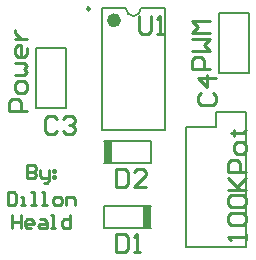
<source format=gto>
G04 Layer_Color=65535*
%FSLAX44Y44*%
%MOMM*%
G71*
G01*
G75*
%ADD21C,0.2000*%
%ADD22C,0.2500*%
%ADD23C,0.6000*%
%ADD24C,0.2540*%
%ADD25R,0.8000X1.9000*%
D21*
X108650Y211500D02*
G03*
X121350Y211500I6350J0D01*
G01*
X90500Y25500D02*
Y44500D01*
X129500D01*
X90500Y25500D02*
X129500D01*
Y80500D02*
Y99500D01*
X90500Y80500D02*
X129500D01*
X90500Y99500D02*
X129500D01*
X159600Y9200D02*
X210400D01*
Y123500D01*
X185000D02*
X210400D01*
X185000Y110800D02*
Y123500D01*
X159600Y110800D02*
X185000D01*
X159600Y9200D02*
Y110800D01*
X88500Y108500D02*
Y211500D01*
X141500Y108500D02*
Y211500D01*
X88500D02*
X108650D01*
X121350D02*
X141500D01*
X88500Y108500D02*
X141500D01*
X187300Y156900D02*
X212700D01*
X187300D02*
Y207700D01*
X212700D01*
Y156900D02*
Y207700D01*
X32300Y178100D02*
X57700D01*
Y127300D02*
Y178100D01*
X32300Y127300D02*
X57700D01*
X32300D02*
Y178100D01*
D22*
X78150Y211100D02*
G03*
X78150Y211100I-1250J0D01*
G01*
D23*
X101500Y201500D02*
G03*
X101500Y201500I-3000J0D01*
G01*
D24*
X24985Y78698D02*
Y67701D01*
X30483D01*
X32315Y69534D01*
Y71367D01*
X30483Y73199D01*
X24985D01*
X30483D01*
X32315Y75032D01*
Y76865D01*
X30483Y78698D01*
X24985D01*
X35981Y75032D02*
Y69534D01*
X37814Y67701D01*
X43312D01*
Y65868D01*
X41479Y64036D01*
X39646D01*
X43312Y67701D02*
Y75032D01*
X46977D02*
X48810D01*
Y73199D01*
X46977D01*
Y75032D01*
Y69534D02*
X48810D01*
Y67701D01*
X46977D01*
Y69534D01*
X8490Y55740D02*
Y44744D01*
X13988D01*
X15821Y46577D01*
Y53907D01*
X13988Y55740D01*
X8490D01*
X19486Y44744D02*
X23152D01*
X21319D01*
Y52075D01*
X19486D01*
X28650Y44744D02*
X32315D01*
X30483D01*
Y55740D01*
X28650D01*
X37814Y44744D02*
X41479D01*
X39646D01*
Y55740D01*
X37814D01*
X48810Y44744D02*
X52476D01*
X54308Y46577D01*
Y50242D01*
X52476Y52075D01*
X48810D01*
X46977Y50242D01*
Y46577D01*
X48810Y44744D01*
X57974D02*
Y52075D01*
X63472D01*
X65305Y50242D01*
Y44744D01*
X12155Y36449D02*
Y25452D01*
Y30950D01*
X19486D01*
Y36449D01*
Y25452D01*
X28650D02*
X24984D01*
X23152Y27285D01*
Y30950D01*
X24984Y32783D01*
X28650D01*
X30483Y30950D01*
Y29118D01*
X23152D01*
X35981Y32783D02*
X39646D01*
X41479Y30950D01*
Y25452D01*
X35981D01*
X34148Y27285D01*
X35981Y29118D01*
X41479D01*
X45145Y25452D02*
X48810D01*
X46977D01*
Y36449D01*
X45145D01*
X61639D02*
Y25452D01*
X56141D01*
X54308Y27285D01*
Y30950D01*
X56141Y32783D01*
X61639D01*
X100000Y20235D02*
Y5000D01*
X107618D01*
X110157Y7539D01*
Y17696D01*
X107618Y20235D01*
X100000D01*
X115235Y5000D02*
X120313D01*
X117774D01*
Y20235D01*
X115235Y17696D01*
X100000Y75235D02*
Y60000D01*
X107618D01*
X110157Y62539D01*
Y72696D01*
X107618Y75235D01*
X100000D01*
X125392Y60000D02*
X115235D01*
X125392Y70157D01*
Y72696D01*
X122853Y75235D01*
X117774D01*
X115235Y72696D01*
X210000Y15000D02*
Y20078D01*
Y17539D01*
X194765D01*
X197304Y15000D01*
Y27696D02*
X194765Y30235D01*
Y35313D01*
X197304Y37853D01*
X207461D01*
X210000Y35313D01*
Y30235D01*
X207461Y27696D01*
X197304D01*
Y42931D02*
X194765Y45470D01*
Y50549D01*
X197304Y53088D01*
X207461D01*
X210000Y50549D01*
Y45470D01*
X207461Y42931D01*
X197304D01*
X194765Y58166D02*
X210000D01*
X204922D01*
X194765Y68323D01*
X202383Y60705D01*
X210000Y68323D01*
Y73401D02*
X194765D01*
Y81019D01*
X197304Y83558D01*
X202383D01*
X204922Y81019D01*
Y73401D01*
X210000Y91175D02*
Y96254D01*
X207461Y98793D01*
X202383D01*
X199843Y96254D01*
Y91175D01*
X202383Y88636D01*
X207461D01*
X210000Y91175D01*
X197304Y106411D02*
X199843D01*
Y103871D01*
Y108950D01*
Y106411D01*
X207461D01*
X210000Y108950D01*
X120000Y205235D02*
Y192539D01*
X122539Y190000D01*
X127618D01*
X130157Y192539D01*
Y205235D01*
X135235Y190000D02*
X140313D01*
X137774D01*
Y205235D01*
X135235Y202696D01*
X180000Y160000D02*
X164765D01*
Y167617D01*
X167304Y170157D01*
X172383D01*
X174922Y167617D01*
Y160000D01*
X164765Y175235D02*
X180000D01*
X174922Y180313D01*
X180000Y185392D01*
X164765D01*
X180000Y190470D02*
X164765D01*
X169843Y195548D01*
X164765Y200627D01*
X180000D01*
X25000Y125000D02*
X9765D01*
Y132618D01*
X12304Y135157D01*
X17383D01*
X19922Y132618D01*
Y125000D01*
X25000Y142774D02*
Y147853D01*
X22461Y150392D01*
X17383D01*
X14843Y147853D01*
Y142774D01*
X17383Y140235D01*
X22461D01*
X25000Y142774D01*
X14843Y155470D02*
X22461D01*
X25000Y158009D01*
X22461Y160548D01*
X25000Y163088D01*
X22461Y165627D01*
X14843D01*
X25000Y178323D02*
Y173244D01*
X22461Y170705D01*
X17383D01*
X14843Y173244D01*
Y178323D01*
X17383Y180862D01*
X19922D01*
Y170705D01*
X14843Y185940D02*
X25000D01*
X19922D01*
X17383Y188479D01*
X14843Y191019D01*
Y193558D01*
X50157Y117696D02*
X47618Y120235D01*
X42539D01*
X40000Y117696D01*
Y107539D01*
X42539Y105000D01*
X47618D01*
X50157Y107539D01*
X55235Y117696D02*
X57774Y120235D01*
X62853D01*
X65392Y117696D01*
Y115157D01*
X62853Y112618D01*
X60313D01*
X62853D01*
X65392Y110078D01*
Y107539D01*
X62853Y105000D01*
X57774D01*
X55235Y107539D01*
X172304Y140157D02*
X169765Y137618D01*
Y132539D01*
X172304Y130000D01*
X182461D01*
X185000Y132539D01*
Y137618D01*
X182461Y140157D01*
X185000Y152853D02*
X169765D01*
X177383Y145235D01*
Y155392D01*
D25*
X126500Y35000D02*
D03*
X93500Y90000D02*
D03*
M02*

</source>
